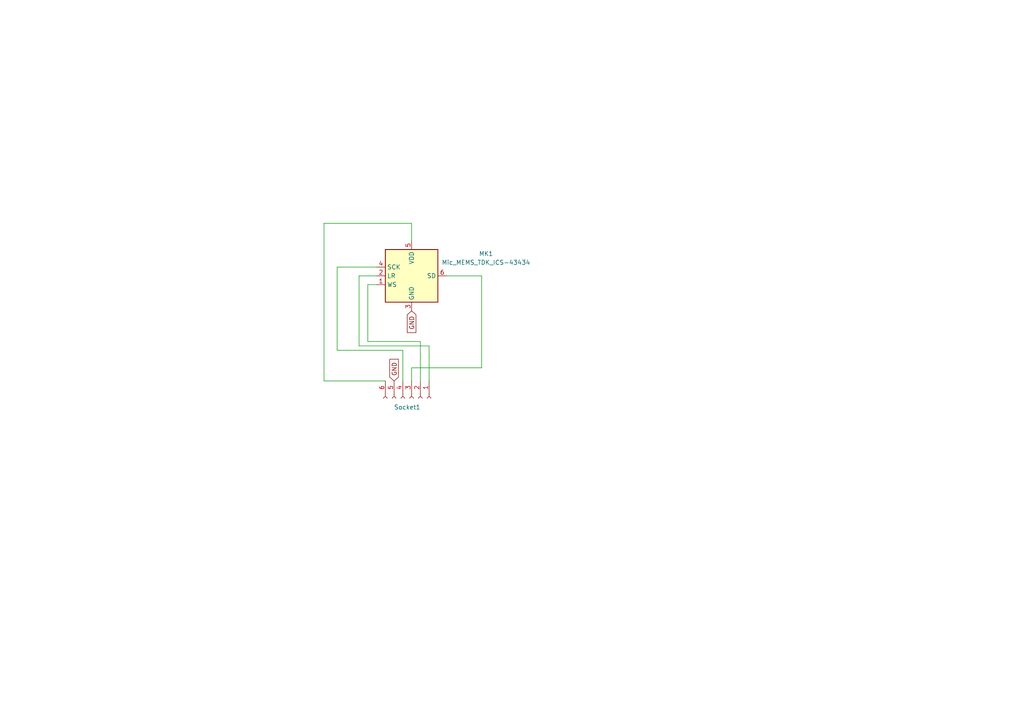
<source format=kicad_sch>
(kicad_sch (version 20250114) (generator "eeschema") (generator_version "9.0")
  (paper "A4")
  (lib_symbols
    (symbol "Connector:Conn_01x06_Socket" (pin_names (offset 1.016) (hide yes))
      (property "Reference" "J" (at 0 7.62 0))
      (property "Value" "Conn_01x06_Socket" (at 0 -10.16 0))
      (symbol "Conn_01x06_Socket_1_1"
        (polyline (pts (xy -1.27 5.08) (xy -0.508 5.08)) (stroke (width 0.1524)))
        (polyline (pts (xy -1.27 2.54) (xy -0.508 2.54)) (stroke (width 0.1524)))
        (polyline (pts (xy -1.27 0) (xy -0.508 0)) (stroke (width 0.1524)))
        (polyline (pts (xy -1.27 -2.54) (xy -0.508 -2.54)) (stroke (width 0.1524)))
        (polyline (pts (xy -1.27 -5.08) (xy -0.508 -5.08)) (stroke (width 0.1524)))
        (polyline (pts (xy -1.27 -7.62) (xy -0.508 -7.62)) (stroke (width 0.1524)))
        (arc (start 0 4.572) (mid -0.5058 5.08) (end 0 5.588) (stroke (width 0.1524)))
        (arc (start 0 2.032) (mid -0.5058 2.54) (end 0 3.048) (stroke (width 0.1524)))
        (arc (start 0 -0.508) (mid -0.5058 0) (end 0 0.508) (stroke (width 0.1524)))
        (arc (start 0 -3.048) (mid -0.5058 -2.54) (end 0 -2.032) (stroke (width 0.1524)))
        (arc (start 0 -5.588) (mid -0.5058 -5.08) (end 0 -4.572) (stroke (width 0.1524)))
        (arc (start 0 -8.128) (mid -0.5058 -7.62) (end 0 -7.112) (stroke (width 0.1524)))
        (pin passive line (at -5.08 5.08 0) (length 3.81) (name "Pin_1") (number "1"))
        (pin passive line (at -5.08 2.54 0) (length 3.81) (name "Pin_2") (number "2"))
        (pin passive line (at -5.08 0 0) (length 3.81) (name "Pin_3") (number "3"))
        (pin passive line (at -5.08 -2.54 0) (length 3.81) (name "Pin_4") (number "4"))
        (pin passive line (at -5.08 -5.08 0) (length 3.81) (name "Pin_5") (number "5"))
        (pin passive line (at -5.08 -7.62 0) (length 3.81) (name "Pin_6") (number "6"))
      )
    )
    (symbol "fab:Mic_MEMS_TDK_ICS-43434"
      (property "Reference" "MK" (at 1.27 12.192 0))
      (property "Value" "Mic_MEMS_TDK_ICS-43434" (at 1.27 9.652 0))
      (symbol "Mic_MEMS_TDK_ICS-43434_0_1"
        (rectangle (start -7.62 7.62) (end 7.62 -7.62) (stroke (width 0.254)) (fill (type background)))
      )
      (symbol "Mic_MEMS_TDK_ICS-43434_1_1"
        (pin input line (at -10.16 2.54 0) (length 2.54) (name "SCK") (number "4"))
        (pin input line (at -10.16 0 0) (length 2.54) (name "LR") (number "2"))
        (pin input line (at -10.16 -2.54 0) (length 2.54) (name "WS") (number "1"))
        (pin power_in line (at 0 10.16 270) (length 2.54) (name "VDD") (number "5"))
        (pin power_in line (at 0 -10.16 90) (length 2.54) (name "GND") (number "3"))
        (pin output line (at 10.16 0 180) (length 2.54) (name "SD") (number "6"))
      )
    )
  )
  (wire (pts (xy 97.79 77.47) (xy 97.79 101.6)))
  (wire (pts (xy 106.68 82.55) (xy 106.68 99.06)))
  (wire (pts (xy 109.22 82.55) (xy 106.68 82.55)))
  (wire (pts (xy 109.22 80.01) (xy 104.14 80.01)))
  (wire (pts (xy 139.7 106.68) (xy 139.7 80.01)))
  (wire (pts (xy 119.38 110.49) (xy 119.38 106.68)))
  (wire (pts (xy 93.98 110.49) (xy 111.76 110.49)))
  (wire (pts (xy 93.98 64.77) (xy 93.98 110.49)))
  (wire (pts (xy 119.38 64.77) (xy 93.98 64.77)))
  (wire (pts (xy 97.79 101.6) (xy 116.84 101.6)))
  (wire (pts (xy 104.14 80.01) (xy 104.14 100.33)))
  (wire (pts (xy 119.38 106.68) (xy 139.7 106.68)))
  (wire (pts (xy 106.68 99.06) (xy 121.92 99.06)))
  (wire (pts (xy 119.38 69.85) (xy 119.38 64.77)))
  (wire (pts (xy 104.14 100.33) (xy 124.46 100.33)))
  (wire (pts (xy 121.92 99.06) (xy 121.92 110.49)))
  (wire (pts (xy 116.84 101.6) (xy 116.84 110.49)))
  (wire (pts (xy 109.22 77.47) (xy 97.79 77.47)))
  (wire (pts (xy 124.46 100.33) (xy 124.46 110.49)))
  (wire (pts (xy 139.7 80.01) (xy 129.54 80.01)))
  (global_label "GND" (shape input) (at 119.38 90.17 270) (property "Intersheetrefs" "${INTERSHEET_REFS}" (effects (hide yes))))
  (global_label "GND" (shape input) (at 114.3 110.49 90) (property "Intersheetrefs" "${INTERSHEET_REFS}" (effects (hide yes))))
  (symbol (lib_id "Connector:Conn_01x06_Socket") (at 119.38 115.57 270) (unit 1)
    (property "Reference" "Socket1" (at 118.11 118.11 90))
    (property "Value" "Conn_01x06_Socket" (effects (hide yes)))
    (property "Footprint" "Connector_PinHeader_2.54mm:PinHeader_1x06_P2.54mm_Vertical_SMD_Pin1Left" (effects (hide yes)))
    (property "Description" "Generic connector, single row, 01x06, script generated" (effects (hide yes)))
  )
  (symbol (lib_id "fab:Mic_MEMS_TDK_ICS-43434") (at 119.38 80.01 0) (unit 1)
    (property "Reference" "MK1" (at 140.97 73.5898 0))
    (property "Value" "Mic_MEMS_TDK_ICS-43434" (at 140.97 76.1298 0))
    (property "Footprint" "fab:Mic_MEMS_TDK_ICS-43434" (effects (hide yes)))
    (property "Datasheet" "https://www.digikey.com/en/products/detail/tdk-invensense/ICS-43434/6140298" (effects (hide yes)))
    (property "Description" "Digital Microphone MEMS (Silicon), 1.62V ~ 3.6V, 20Hz ~ 10kHz, Knowles SPH0645LM4H-B" (effects (hide yes)))
  )
)
</source>
